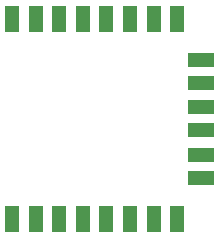
<source format=gbr>
%FSLAX34Y34*%
%MOMM*%
%LNSMDMASK_TOP*%
G71*
G01*
%ADD10R, 1.20X2.20*%
%ADD11R, 2.20X1.20*%
%LPD*%
X254034Y727058D02*
G54D10*
D03*
X234191Y727058D02*
G54D10*
D03*
X214347Y727058D02*
G54D10*
D03*
X193709Y727058D02*
G54D10*
D03*
X173866Y727058D02*
G54D10*
D03*
X154022Y727058D02*
G54D10*
D03*
X134178Y727058D02*
G54D10*
D03*
X114334Y727058D02*
G54D10*
D03*
X273878Y692133D02*
G54D11*
D03*
X273878Y672289D02*
G54D11*
D03*
X273878Y652446D02*
G54D11*
D03*
X273878Y632602D02*
G54D11*
D03*
X273878Y611964D02*
G54D11*
D03*
X273878Y592121D02*
G54D11*
D03*
X254034Y557196D02*
G54D10*
D03*
X234191Y557196D02*
G54D10*
D03*
X214347Y557196D02*
G54D10*
D03*
X193709Y557196D02*
G54D10*
D03*
X173866Y557196D02*
G54D10*
D03*
X154022Y557196D02*
G54D10*
D03*
X134178Y557196D02*
G54D10*
D03*
X114334Y557196D02*
G54D10*
D03*
M02*

</source>
